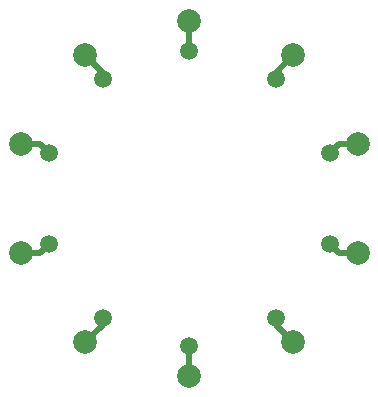
<source format=gbr>
%TF.GenerationSoftware,KiCad,Pcbnew,(7.0.0)*%
%TF.CreationDate,2023-04-25T13:06:37+01:00*%
%TF.ProjectId,BreakawayConnector,42726561-6b61-4776-9179-436f6e6e6563,rev?*%
%TF.SameCoordinates,Original*%
%TF.FileFunction,Copper,L1,Top*%
%TF.FilePolarity,Positive*%
%FSLAX46Y46*%
G04 Gerber Fmt 4.6, Leading zero omitted, Abs format (unit mm)*
G04 Created by KiCad (PCBNEW (7.0.0)) date 2023-04-25 13:06:37*
%MOMM*%
%LPD*%
G01*
G04 APERTURE LIST*
%TA.AperFunction,ComponentPad*%
%ADD10C,1.500000*%
%TD*%
%TA.AperFunction,ComponentPad*%
%ADD11C,2.000000*%
%TD*%
%TA.AperFunction,Conductor*%
%ADD12C,0.500000*%
%TD*%
G04 APERTURE END LIST*
D10*
%TO.P,J2,1,Pin_1*%
%TO.N,GND*%
X100000000Y-87500000D03*
%TO.P,J2,2,Pin_2*%
%TO.N,DET_out*%
X92652700Y-89887300D03*
%TO.P,J2,3,Pin_3*%
%TO.N,DET_in*%
X88111800Y-96137300D03*
%TO.P,J2,4,Pin_4*%
%TO.N,CLK_2*%
X88111800Y-103862700D03*
%TO.P,J2,5,Pin_5*%
%TO.N,MISO_2*%
X92652700Y-110112700D03*
%TO.P,J2,6,Pin_6*%
%TO.N,MOSI_2*%
X100000000Y-112500000D03*
%TO.P,J2,7,Pin_7*%
%TO.N,CLK_1*%
X107347300Y-110112700D03*
%TO.P,J2,8,Pin_8*%
%TO.N,MISO_1*%
X111888200Y-103862700D03*
%TO.P,J2,9,Pin_9*%
%TO.N,MOSI_1*%
X111888200Y-96137300D03*
%TO.P,J2,10,Pin_10*%
%TO.N,Vin*%
X107347300Y-89887300D03*
%TD*%
D11*
%TO.P,J1,1,Pin_1*%
%TO.N,GND*%
X100000000Y-85000000D03*
%TO.P,J1,2,Pin_2*%
%TO.N,DET_out*%
X91183200Y-87864700D03*
%TO.P,J1,3,Pin_3*%
%TO.N,DET_in*%
X85734200Y-95364700D03*
%TO.P,J1,4,Pin_4*%
%TO.N,CLK_2*%
X85734200Y-104635300D03*
%TO.P,J1,5,Pin_5*%
%TO.N,MISO_2*%
X91183200Y-112135300D03*
%TO.P,J1,6,Pin_6*%
%TO.N,MOSI_2*%
X100000000Y-115000000D03*
%TO.P,J1,7,Pin_7*%
%TO.N,CLK_1*%
X108816800Y-112135300D03*
%TO.P,J1,8,Pin_8*%
%TO.N,MISO_1*%
X114265800Y-104635300D03*
%TO.P,J1,9,Pin_9*%
%TO.N,MOSI_1*%
X114265800Y-95364700D03*
%TO.P,J1,10,Pin_10*%
%TO.N,Vin*%
X108816800Y-87864700D03*
%TD*%
D12*
%TO.N,GND*%
X100000000Y-85000000D02*
X100000000Y-87500000D01*
%TO.N,DET_out*%
X92652700Y-89334200D02*
X92652700Y-89887300D01*
X91183200Y-87864700D02*
X92652700Y-89334200D01*
%TO.N,DET_in*%
X85734200Y-95364700D02*
X87339200Y-95364700D01*
X87339200Y-95364700D02*
X88111800Y-96137300D01*
%TO.N,CLK_2*%
X85734200Y-104635300D02*
X87339200Y-104635300D01*
X87339200Y-104635300D02*
X88111800Y-103862700D01*
%TO.N,MISO_2*%
X92652700Y-110665800D02*
X92652700Y-110112700D01*
X91183200Y-112135300D02*
X92652700Y-110665800D01*
%TO.N,MOSI_2*%
X100000000Y-115000000D02*
X100000000Y-112500000D01*
%TO.N,CLK_1*%
X108816800Y-112135300D02*
X107347300Y-110665800D01*
X107347300Y-110665800D02*
X107347300Y-110112700D01*
%TO.N,MISO_1*%
X114265800Y-104635300D02*
X112660800Y-104635300D01*
X112660800Y-104635300D02*
X111888200Y-103862700D01*
%TO.N,MOSI_1*%
X112660800Y-95364700D02*
X111888200Y-96137300D01*
X114265800Y-95364700D02*
X112660800Y-95364700D01*
%TO.N,Vin*%
X107347300Y-89334200D02*
X107347300Y-89887300D01*
X108816800Y-87864700D02*
X107347300Y-89334200D01*
%TD*%
M02*

</source>
